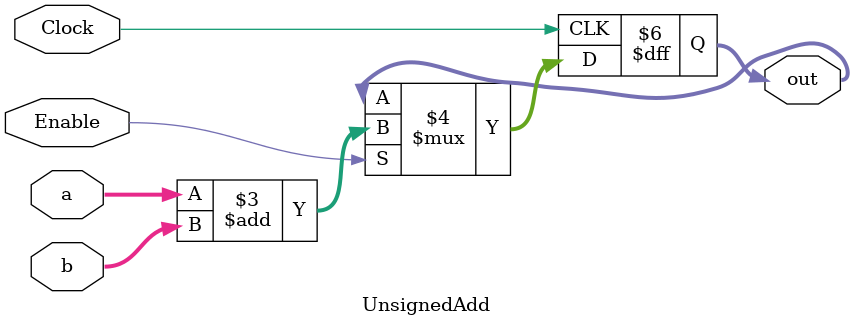
<source format=v>
/*
	UnsignedAdd.v
*/
	
`timescale 1ns / 1ps

module UnsignedAdd #(parameter Width = 8)
                    (output reg [Width-1:0] out, 
                     input  [Width-1:0]  a, 
                     input  [Width-1:0]  b,
					 input  Enable,
                     input  Clock);
    
    always @ (posedge Clock)
    begin
	    if (Enable == 1)
            out <= a + b;                           
	end 
	
endmodule

</source>
